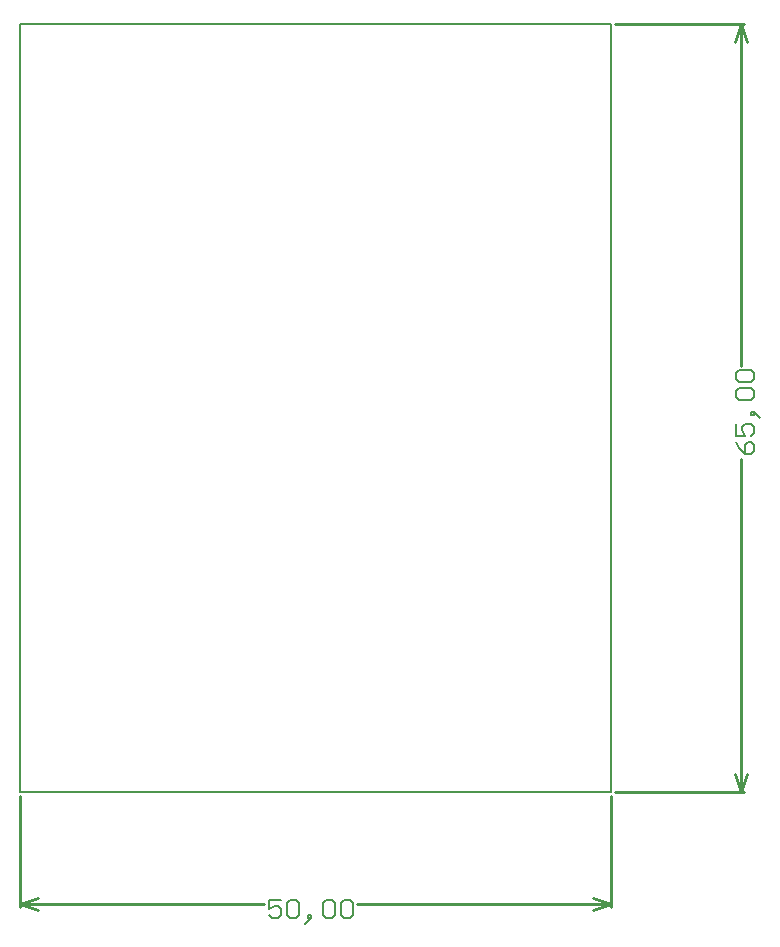
<source format=gko>
G04 Layer_Color=16711935*
%FSTAX24Y24*%
%MOIN*%
G70*
G01*
G75*
%ADD34C,0.0080*%
%ADD35C,0.0100*%
%ADD88C,0.0060*%
D34*
X088483Y0397D02*
Y065291D01*
X068798Y0397D02*
X088483D01*
X068798D02*
Y065291D01*
X088483D01*
D35*
X088623D02*
X092914D01*
X088623Y0397D02*
X092914D01*
X092814Y053895D02*
Y065291D01*
Y0397D02*
Y050776D01*
X092614Y064691D02*
X092814Y065291D01*
X093014Y064691D01*
X092814Y0397D02*
X093014Y0403D01*
X092614D02*
X092814Y0397D01*
X088483Y03586D02*
Y03956D01*
X068798Y03586D02*
Y03956D01*
X08004Y03596D02*
X088483D01*
X068798D02*
X076921D01*
X087883Y03616D02*
X088483Y03596D01*
X087883Y03576D02*
X088483Y03596D01*
X068798D02*
X069398Y03576D01*
X068798Y03596D02*
X069398Y03616D01*
D88*
X092674Y051336D02*
X092774Y051136D01*
X092974Y050936D01*
X093173D01*
X093273Y051036D01*
Y051236D01*
X093173Y051336D01*
X093073D01*
X092974Y051236D01*
Y050936D01*
X092674Y051935D02*
Y051536D01*
X092974D01*
X092874Y051735D01*
Y051835D01*
X092974Y051935D01*
X093173D01*
X093273Y051835D01*
Y051635D01*
X093173Y051536D01*
X093373Y052235D02*
X093273Y052335D01*
X093173D01*
Y052235D01*
X093273D01*
Y052335D01*
X093373Y052235D01*
X093473Y052135D01*
X092774Y052735D02*
X092674Y052835D01*
Y053035D01*
X092774Y053135D01*
X093173D01*
X093273Y053035D01*
Y052835D01*
X093173Y052735D01*
X092774D01*
Y053335D02*
X092674Y053435D01*
Y053635D01*
X092774Y053735D01*
X093173D01*
X093273Y053635D01*
Y053435D01*
X093173Y053335D01*
X092774D01*
X077481Y0361D02*
X077081D01*
Y0358D01*
X077281Y0359D01*
X077381D01*
X077481Y0358D01*
Y0356D01*
X077381Y0355D01*
X077181D01*
X077081Y0356D01*
X077681Y036D02*
X077781Y0361D01*
X07798D01*
X07808Y036D01*
Y0356D01*
X07798Y0355D01*
X077781D01*
X077681Y0356D01*
Y036D01*
X07838Y0354D02*
X07848Y0355D01*
Y0356D01*
X07838D01*
Y0355D01*
X07848D01*
X07838Y0354D01*
X07828Y0353D01*
X07888Y036D02*
X07898Y0361D01*
X07918D01*
X07928Y036D01*
Y0356D01*
X07918Y0355D01*
X07898D01*
X07888Y0356D01*
Y036D01*
X07948D02*
X07958Y0361D01*
X07978D01*
X07988Y036D01*
Y0356D01*
X07978Y0355D01*
X07958D01*
X07948Y0356D01*
Y036D01*
M02*

</source>
